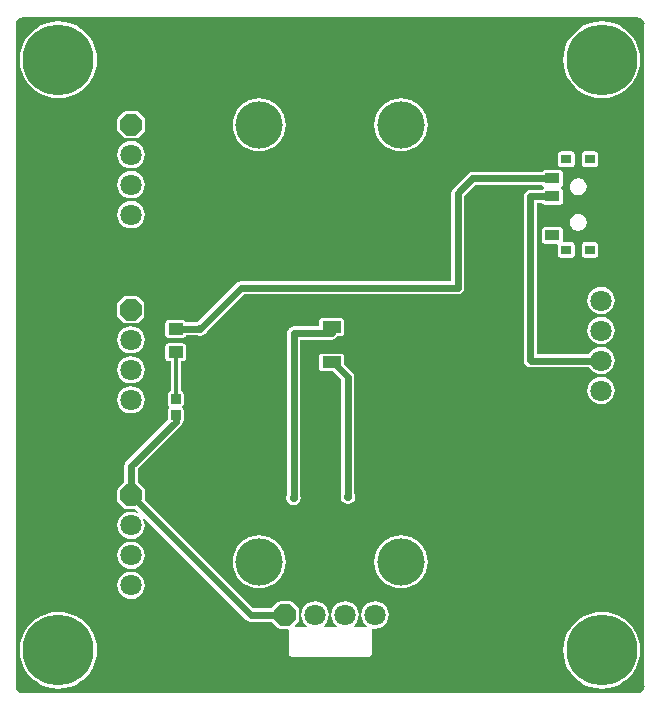
<source format=gtl>
G04 Layer_Physical_Order=1*
G04 Layer_Color=255*
%FSLAX44Y44*%
%MOMM*%
G71*
G01*
G75*
%ADD10R,1.2500X1.0000*%
%ADD11R,0.8500X0.8500*%
%ADD12R,1.6000X1.0000*%
%ADD13R,1.2500X0.9000*%
%ADD14R,0.9000X0.8000*%
%ADD15C,0.6000*%
%ADD16C,0.3000*%
%ADD17C,1.8000*%
%ADD18P,1.9483X8X22.5*%
%ADD19P,1.9483X8X292.5*%
%ADD20C,6.0000*%
%ADD21C,4.0000*%
%ADD22C,0.7000*%
G36*
X532381Y575749D02*
X534400Y574400D01*
X535749Y572381D01*
X536189Y570167D01*
X536156Y570000D01*
Y10000D01*
X536189Y9833D01*
X535749Y7619D01*
X534400Y5600D01*
X532381Y4251D01*
X531199Y4016D01*
X530000Y3844D01*
Y3844D01*
X10000D01*
X9833Y3811D01*
X7619Y4251D01*
X5600Y5600D01*
X4251Y7619D01*
X4016Y8801D01*
X3844Y10000D01*
X3844D01*
Y570000D01*
X3811Y570167D01*
X4251Y572381D01*
X5600Y574400D01*
X7619Y575749D01*
X9833Y576189D01*
X10000Y576156D01*
X530000D01*
X530167Y576189D01*
X532381Y575749D01*
D02*
G37*
%LPC*%
G36*
X499500Y271499D02*
X496498Y271104D01*
X493700Y269945D01*
X491298Y268102D01*
X489455Y265700D01*
X488296Y262902D01*
X487901Y259900D01*
X488296Y256898D01*
X489455Y254100D01*
X491298Y251698D01*
X493700Y249855D01*
X496498Y248696D01*
X499500Y248301D01*
X502502Y248696D01*
X505300Y249855D01*
X507702Y251698D01*
X509545Y254100D01*
X510704Y256898D01*
X511099Y259900D01*
X510704Y262902D01*
X509545Y265700D01*
X507702Y268102D01*
X505300Y269945D01*
X502502Y271104D01*
X499500Y271499D01*
D02*
G37*
G36*
X101250Y263749D02*
X98248Y263354D01*
X95450Y262195D01*
X93048Y260352D01*
X91205Y257950D01*
X90046Y255152D01*
X89651Y252150D01*
X90046Y249148D01*
X91205Y246350D01*
X93048Y243948D01*
X95450Y242105D01*
X98248Y240946D01*
X101250Y240551D01*
X104252Y240946D01*
X107050Y242105D01*
X109452Y243948D01*
X111295Y246350D01*
X112454Y249148D01*
X112849Y252150D01*
X112454Y255152D01*
X111295Y257950D01*
X109452Y260352D01*
X107050Y262195D01*
X104252Y263354D01*
X101250Y263749D01*
D02*
G37*
G36*
X270500Y291358D02*
X270205Y291299D01*
X263250D01*
X262275Y291105D01*
X261448Y290552D01*
X260895Y289725D01*
X260701Y288750D01*
Y278750D01*
X260895Y277775D01*
X261448Y276948D01*
X262275Y276395D01*
X263250Y276201D01*
X272118D01*
X279392Y268927D01*
Y172407D01*
X279348Y172341D01*
X278882Y170000D01*
X279348Y167659D01*
X280674Y165674D01*
X282659Y164348D01*
X285000Y163883D01*
X287341Y164348D01*
X289326Y165674D01*
X290652Y167659D01*
X291117Y170000D01*
X290652Y172341D01*
X290608Y172407D01*
Y271250D01*
X290181Y273396D01*
X288965Y275215D01*
X281799Y282382D01*
Y288750D01*
X281605Y289725D01*
X281052Y290552D01*
X280225Y291105D01*
X279250Y291299D01*
X270795D01*
X270500Y291358D01*
D02*
G37*
G36*
X101250Y289149D02*
X98248Y288754D01*
X95450Y287595D01*
X93048Y285752D01*
X91205Y283350D01*
X90046Y280552D01*
X89651Y277550D01*
X90046Y274548D01*
X91205Y271750D01*
X93048Y269348D01*
X95450Y267505D01*
X98248Y266346D01*
X101250Y265951D01*
X104252Y266346D01*
X107050Y267505D01*
X109452Y269348D01*
X111295Y271750D01*
X112454Y274548D01*
X112849Y277550D01*
X112454Y280552D01*
X111295Y283350D01*
X109452Y285752D01*
X107050Y287595D01*
X104252Y288754D01*
X101250Y289149D01*
D02*
G37*
G36*
X105750Y339899D02*
X96750D01*
X95774Y339705D01*
X94948Y339152D01*
X90448Y334652D01*
X89895Y333825D01*
X89701Y332850D01*
Y323850D01*
X89895Y322875D01*
X90448Y322048D01*
X94948Y317548D01*
X95774Y316995D01*
X96750Y316801D01*
X105750D01*
X106725Y316995D01*
X107552Y317548D01*
X112052Y322048D01*
X112605Y322875D01*
X112799Y323850D01*
Y332850D01*
X112605Y333825D01*
X112052Y334652D01*
X107552Y339152D01*
X106725Y339705D01*
X106564Y339737D01*
X105750Y339899D01*
D02*
G37*
G36*
X499500Y322299D02*
X496498Y321904D01*
X493700Y320745D01*
X491298Y318902D01*
X489455Y316500D01*
X488296Y313702D01*
X487901Y310700D01*
X488296Y307698D01*
X489455Y304900D01*
X491298Y302498D01*
X493700Y300655D01*
X496498Y299496D01*
X499500Y299101D01*
X502502Y299496D01*
X505300Y300655D01*
X507702Y302498D01*
X509545Y304900D01*
X510704Y307698D01*
X511099Y310700D01*
X510704Y313702D01*
X509545Y316500D01*
X507702Y318902D01*
X505300Y320745D01*
X502502Y321904D01*
X499500Y322299D01*
D02*
G37*
G36*
X101250Y314549D02*
X98248Y314154D01*
X95450Y312995D01*
X93048Y311152D01*
X91205Y308750D01*
X90046Y305952D01*
X89651Y302950D01*
X90046Y299948D01*
X91205Y297150D01*
X93048Y294748D01*
X95450Y292905D01*
X98248Y291746D01*
X101250Y291351D01*
X104252Y291746D01*
X107050Y292905D01*
X109452Y294748D01*
X111295Y297150D01*
X112454Y299948D01*
X112849Y302950D01*
X112454Y305952D01*
X111295Y308750D01*
X109452Y311152D01*
X107050Y312995D01*
X104252Y314154D01*
X101250Y314549D01*
D02*
G37*
G36*
X279250Y321299D02*
X263250D01*
X262275Y321105D01*
X261448Y320552D01*
X260895Y319725D01*
X260701Y318750D01*
Y314358D01*
X239500D01*
X237354Y313931D01*
X235535Y312715D01*
X235035Y312215D01*
X233819Y310396D01*
X233392Y308250D01*
Y171407D01*
X233348Y171341D01*
X232882Y169000D01*
X233348Y166659D01*
X234674Y164674D01*
X236659Y163348D01*
X239000Y162882D01*
X241341Y163348D01*
X243326Y164674D01*
X244652Y166659D01*
X245117Y169000D01*
X244652Y171341D01*
X244608Y171407D01*
Y303142D01*
X271250D01*
X273396Y303569D01*
X275215Y304785D01*
X276162Y306201D01*
X279250D01*
X280225Y306395D01*
X281052Y306948D01*
X281605Y307775D01*
X281799Y308750D01*
Y318750D01*
X281605Y319725D01*
X281052Y320552D01*
X280225Y321105D01*
X279250Y321299D01*
D02*
G37*
G36*
X101500Y106649D02*
X98498Y106254D01*
X95700Y105095D01*
X93298Y103252D01*
X91455Y100850D01*
X90296Y98052D01*
X89901Y95050D01*
X90296Y92048D01*
X91455Y89250D01*
X93298Y86848D01*
X95700Y85005D01*
X98498Y83846D01*
X101500Y83451D01*
X104502Y83846D01*
X107300Y85005D01*
X109702Y86848D01*
X111545Y89250D01*
X112704Y92048D01*
X113099Y95050D01*
X112704Y98052D01*
X111545Y100850D01*
X109702Y103252D01*
X107300Y105095D01*
X104502Y106254D01*
X101500Y106649D01*
D02*
G37*
G36*
X500000Y72600D02*
X494900Y72199D01*
X489926Y71005D01*
X485200Y69047D01*
X480838Y66374D01*
X476948Y63052D01*
X473626Y59162D01*
X470953Y54800D01*
X468995Y50074D01*
X467801Y45100D01*
X467399Y40000D01*
X467801Y34900D01*
X468995Y29926D01*
X470953Y25200D01*
X473626Y20838D01*
X476948Y16948D01*
X480838Y13626D01*
X485200Y10953D01*
X489926Y8995D01*
X494900Y7801D01*
X500000Y7400D01*
X505100Y7801D01*
X510074Y8995D01*
X514800Y10953D01*
X519162Y13626D01*
X523052Y16948D01*
X526374Y20838D01*
X529047Y25200D01*
X531005Y29926D01*
X532199Y34900D01*
X532601Y40000D01*
X532199Y45100D01*
X531005Y50074D01*
X529047Y54800D01*
X526374Y59162D01*
X523052Y63052D01*
X519162Y66374D01*
X514800Y69047D01*
X510074Y71005D01*
X505100Y72199D01*
X500000Y72600D01*
D02*
G37*
G36*
X40000D02*
X34900Y72199D01*
X29926Y71005D01*
X25200Y69047D01*
X20838Y66374D01*
X16948Y63052D01*
X13626Y59162D01*
X10953Y54800D01*
X8995Y50074D01*
X7801Y45100D01*
X7400Y40000D01*
X7801Y34900D01*
X8995Y29926D01*
X10953Y25200D01*
X13626Y20838D01*
X16948Y16948D01*
X20838Y13626D01*
X25200Y10953D01*
X29926Y8995D01*
X34900Y7801D01*
X40000Y7400D01*
X45100Y7801D01*
X50074Y8995D01*
X54800Y10953D01*
X59162Y13626D01*
X63052Y16948D01*
X66374Y20838D01*
X69047Y25200D01*
X71005Y29926D01*
X72199Y34900D01*
X72600Y40000D01*
X72199Y45100D01*
X71005Y50074D01*
X69047Y54800D01*
X66374Y59162D01*
X63052Y63052D01*
X59162Y66374D01*
X54800Y69047D01*
X50074Y71005D01*
X45100Y72199D01*
X40000Y72600D01*
D02*
G37*
G36*
X210000Y137609D02*
X205589Y137174D01*
X201348Y135888D01*
X197439Y133799D01*
X194013Y130987D01*
X191201Y127561D01*
X189112Y123652D01*
X187826Y119411D01*
X187391Y115000D01*
X187826Y110589D01*
X189112Y106348D01*
X191201Y102439D01*
X194013Y99013D01*
X197439Y96201D01*
X201348Y94112D01*
X205589Y92826D01*
X210000Y92391D01*
X214411Y92826D01*
X218652Y94112D01*
X222561Y96201D01*
X225987Y99013D01*
X228799Y102439D01*
X230888Y106348D01*
X232174Y110589D01*
X232609Y115000D01*
X232174Y119411D01*
X230888Y123652D01*
X228799Y127561D01*
X225987Y130987D01*
X222561Y133799D01*
X218652Y135888D01*
X214411Y137174D01*
X210000Y137609D01*
D02*
G37*
G36*
X145500Y299799D02*
X133000D01*
X132025Y299605D01*
X131198Y299052D01*
X130645Y298225D01*
X130451Y297250D01*
Y287250D01*
X130645Y286275D01*
X131198Y285448D01*
X132025Y284895D01*
X133000Y284701D01*
X135172D01*
Y259799D01*
X135000D01*
X134024Y259605D01*
X133198Y259052D01*
X132645Y258225D01*
X132451Y257250D01*
Y248750D01*
X132645Y247775D01*
X133198Y246948D01*
X133556Y246708D01*
Y245292D01*
X133198Y245052D01*
X132645Y244225D01*
X132451Y243250D01*
Y234882D01*
X97535Y199965D01*
X96319Y198146D01*
X95892Y196000D01*
Y182516D01*
X95198Y182052D01*
X90698Y177552D01*
X90145Y176726D01*
X89951Y175750D01*
Y166750D01*
X90145Y165774D01*
X90698Y164948D01*
X95198Y160448D01*
X96025Y159895D01*
X97000Y159701D01*
X105118D01*
X107726Y157093D01*
X107007Y156016D01*
X104502Y157054D01*
X101500Y157449D01*
X98498Y157054D01*
X95700Y155895D01*
X93298Y154052D01*
X91455Y151650D01*
X90296Y148852D01*
X89901Y145850D01*
X90296Y142848D01*
X91455Y140050D01*
X93298Y137648D01*
X95700Y135805D01*
X98498Y134646D01*
X101500Y134251D01*
X104502Y134646D01*
X107300Y135805D01*
X109702Y137648D01*
X111545Y140050D01*
X112704Y142848D01*
X113099Y145850D01*
X112704Y148852D01*
X111666Y151357D01*
X112743Y152076D01*
X198785Y66035D01*
X200604Y64819D01*
X202750Y64392D01*
X220634D01*
X221098Y63698D01*
X225598Y59198D01*
X226425Y58645D01*
X227400Y58451D01*
X233918D01*
X234951Y57200D01*
Y37200D01*
X235145Y36225D01*
X235698Y35398D01*
X236525Y34845D01*
X237500Y34651D01*
X302500D01*
X303475Y34845D01*
X304302Y35398D01*
X304855Y36225D01*
X305049Y37200D01*
Y57200D01*
X304983Y57530D01*
X305904Y58662D01*
X305950Y58684D01*
X308100Y58401D01*
X311102Y58796D01*
X313900Y59955D01*
X316302Y61798D01*
X318145Y64200D01*
X319304Y66998D01*
X319699Y70000D01*
X319304Y73002D01*
X318145Y75800D01*
X316302Y78202D01*
X313900Y80045D01*
X311102Y81204D01*
X308100Y81599D01*
X305098Y81204D01*
X302300Y80045D01*
X299898Y78202D01*
X298055Y75800D01*
X296896Y73002D01*
X296501Y70000D01*
X296896Y66998D01*
X298055Y64200D01*
X299898Y61798D01*
X300914Y61019D01*
X300482Y59749D01*
X290318D01*
X289886Y61019D01*
X290902Y61798D01*
X292745Y64200D01*
X293904Y66998D01*
X294299Y70000D01*
X293904Y73002D01*
X292745Y75800D01*
X290902Y78202D01*
X288500Y80045D01*
X285702Y81204D01*
X282700Y81599D01*
X279698Y81204D01*
X276900Y80045D01*
X274498Y78202D01*
X272655Y75800D01*
X271496Y73002D01*
X271101Y70000D01*
X271496Y66998D01*
X272655Y64200D01*
X274498Y61798D01*
X275513Y61019D01*
X275082Y59749D01*
X264918D01*
X264487Y61019D01*
X265502Y61798D01*
X267345Y64200D01*
X268504Y66998D01*
X268899Y70000D01*
X268504Y73002D01*
X267345Y75800D01*
X265502Y78202D01*
X263100Y80045D01*
X260302Y81204D01*
X257300Y81599D01*
X254298Y81204D01*
X251500Y80045D01*
X249098Y78202D01*
X247255Y75800D01*
X246096Y73002D01*
X245701Y70000D01*
X246096Y66998D01*
X247255Y64200D01*
X249098Y61798D01*
X250114Y61019D01*
X249682Y59749D01*
X240413D01*
X239927Y60922D01*
X242702Y63698D01*
X243255Y64525D01*
X243449Y65500D01*
Y74500D01*
X243255Y75476D01*
X242702Y76302D01*
X238202Y80802D01*
X237375Y81355D01*
X236400Y81549D01*
X227400D01*
X226425Y81355D01*
X225598Y80802D01*
X221098Y76302D01*
X220634Y75608D01*
X205073D01*
X113049Y167632D01*
Y175750D01*
X112855Y176726D01*
X112302Y177552D01*
X107802Y182052D01*
X107108Y182516D01*
Y193677D01*
X143215Y229785D01*
X144431Y231604D01*
X144606Y232482D01*
X145302Y232948D01*
X145855Y233775D01*
X146049Y234750D01*
Y243250D01*
X145855Y244225D01*
X145302Y245052D01*
X144944Y245292D01*
Y246708D01*
X145302Y246948D01*
X145855Y247775D01*
X146049Y248750D01*
Y257250D01*
X145855Y258225D01*
X145302Y259052D01*
X144475Y259605D01*
X143500Y259799D01*
X143328D01*
Y284701D01*
X145500D01*
X146475Y284895D01*
X147302Y285448D01*
X147855Y286275D01*
X148049Y287250D01*
Y297250D01*
X147855Y298225D01*
X147302Y299052D01*
X146475Y299605D01*
X145500Y299799D01*
D02*
G37*
G36*
X101500Y132049D02*
X98498Y131654D01*
X95700Y130495D01*
X93298Y128652D01*
X91455Y126250D01*
X90296Y123452D01*
X89901Y120450D01*
X90296Y117448D01*
X91455Y114650D01*
X93298Y112248D01*
X95700Y110405D01*
X98498Y109246D01*
X101500Y108851D01*
X104502Y109246D01*
X107300Y110405D01*
X109702Y112248D01*
X111545Y114650D01*
X112704Y117448D01*
X113099Y120450D01*
X112704Y123452D01*
X111545Y126250D01*
X109702Y128652D01*
X107300Y130495D01*
X104502Y131654D01*
X101500Y132049D01*
D02*
G37*
G36*
X330000Y137609D02*
X325589Y137174D01*
X321348Y135888D01*
X317439Y133799D01*
X314013Y130987D01*
X311201Y127561D01*
X309112Y123652D01*
X307826Y119411D01*
X307391Y115000D01*
X307826Y110589D01*
X309112Y106348D01*
X311201Y102439D01*
X314013Y99013D01*
X317439Y96201D01*
X321348Y94112D01*
X325589Y92826D01*
X330000Y92391D01*
X334411Y92826D01*
X338652Y94112D01*
X342561Y96201D01*
X345987Y99013D01*
X348798Y102439D01*
X350888Y106348D01*
X352174Y110589D01*
X352609Y115000D01*
X352174Y119411D01*
X350888Y123652D01*
X348798Y127561D01*
X345987Y130987D01*
X342561Y133799D01*
X338652Y135888D01*
X334411Y137174D01*
X330000Y137609D01*
D02*
G37*
G36*
X499500Y347699D02*
X496498Y347304D01*
X493700Y346145D01*
X491298Y344302D01*
X489455Y341900D01*
X488296Y339102D01*
X487901Y336100D01*
X488296Y333098D01*
X489455Y330300D01*
X491298Y327898D01*
X493700Y326055D01*
X496498Y324896D01*
X499500Y324501D01*
X502502Y324896D01*
X505300Y326055D01*
X507702Y327898D01*
X509545Y330300D01*
X510704Y333098D01*
X511099Y336100D01*
X510704Y339102D01*
X509545Y341900D01*
X507702Y344302D01*
X505300Y346145D01*
X502502Y347304D01*
X499500Y347699D01*
D02*
G37*
G36*
X210000Y507609D02*
X205589Y507174D01*
X201348Y505888D01*
X197439Y503799D01*
X194013Y500987D01*
X191201Y497561D01*
X189112Y493652D01*
X187826Y489411D01*
X187391Y485000D01*
X187826Y480589D01*
X189112Y476348D01*
X191201Y472439D01*
X194013Y469013D01*
X197439Y466201D01*
X201348Y464112D01*
X205589Y462826D01*
X210000Y462391D01*
X214411Y462826D01*
X218652Y464112D01*
X222561Y466201D01*
X225987Y469013D01*
X228799Y472439D01*
X230888Y476348D01*
X232174Y480589D01*
X232609Y485000D01*
X232174Y489411D01*
X230888Y493652D01*
X228799Y497561D01*
X225987Y500987D01*
X222561Y503799D01*
X218652Y505888D01*
X214411Y507174D01*
X210000Y507609D01*
D02*
G37*
G36*
X494500Y462549D02*
X485500D01*
X484525Y462355D01*
X483698Y461802D01*
X483145Y460975D01*
X482951Y460000D01*
Y452000D01*
X483145Y451025D01*
X483698Y450198D01*
X484525Y449645D01*
X485500Y449451D01*
X494500D01*
X495475Y449645D01*
X496302Y450198D01*
X496855Y451025D01*
X497049Y452000D01*
Y460000D01*
X496855Y460975D01*
X496302Y461802D01*
X495475Y462355D01*
X494500Y462549D01*
D02*
G37*
G36*
X474500D02*
X465500D01*
X464525Y462355D01*
X463698Y461802D01*
X463145Y460975D01*
X462951Y460000D01*
Y452000D01*
X463145Y451025D01*
X463698Y450198D01*
X464525Y449645D01*
X465500Y449451D01*
X474500D01*
X475475Y449645D01*
X476302Y450198D01*
X476855Y451025D01*
X477049Y452000D01*
Y460000D01*
X476855Y460975D01*
X476302Y461802D01*
X475475Y462355D01*
X474500Y462549D01*
D02*
G37*
G36*
X330000Y507609D02*
X325589Y507174D01*
X321348Y505888D01*
X317439Y503799D01*
X314013Y500987D01*
X311201Y497561D01*
X309112Y493652D01*
X307826Y489411D01*
X307391Y485000D01*
X307826Y480589D01*
X309112Y476348D01*
X311201Y472439D01*
X314013Y469013D01*
X317439Y466201D01*
X321348Y464112D01*
X325589Y462826D01*
X330000Y462391D01*
X334411Y462826D01*
X338652Y464112D01*
X342561Y466201D01*
X345987Y469013D01*
X348798Y472439D01*
X350888Y476348D01*
X352174Y480589D01*
X352609Y485000D01*
X352174Y489411D01*
X350888Y493652D01*
X348798Y497561D01*
X345987Y500987D01*
X342561Y503799D01*
X338652Y505888D01*
X334411Y507174D01*
X330000Y507609D01*
D02*
G37*
G36*
X500000Y572601D02*
X494900Y572199D01*
X489926Y571005D01*
X485200Y569047D01*
X480838Y566374D01*
X476948Y563052D01*
X473626Y559162D01*
X470953Y554800D01*
X468995Y550074D01*
X467801Y545100D01*
X467399Y540000D01*
X467801Y534900D01*
X468995Y529926D01*
X470953Y525200D01*
X473626Y520838D01*
X476948Y516948D01*
X480838Y513626D01*
X485200Y510953D01*
X489926Y508995D01*
X494900Y507801D01*
X500000Y507399D01*
X505100Y507801D01*
X510074Y508995D01*
X514800Y510953D01*
X519162Y513626D01*
X523052Y516948D01*
X526374Y520838D01*
X529047Y525200D01*
X531005Y529926D01*
X532199Y534900D01*
X532601Y540000D01*
X532199Y545100D01*
X531005Y550074D01*
X529047Y554800D01*
X526374Y559162D01*
X523052Y563052D01*
X519162Y566374D01*
X514800Y569047D01*
X510074Y571005D01*
X505100Y572199D01*
X500000Y572601D01*
D02*
G37*
G36*
X40000D02*
X34900Y572199D01*
X29926Y571005D01*
X25200Y569047D01*
X20838Y566374D01*
X16948Y563052D01*
X13626Y559162D01*
X10953Y554800D01*
X8995Y550074D01*
X7801Y545100D01*
X7400Y540000D01*
X7801Y534900D01*
X8995Y529926D01*
X10953Y525200D01*
X13626Y520838D01*
X16948Y516948D01*
X20838Y513626D01*
X25200Y510953D01*
X29926Y508995D01*
X34900Y507801D01*
X40000Y507399D01*
X45100Y507801D01*
X50074Y508995D01*
X54800Y510953D01*
X59162Y513626D01*
X63052Y516948D01*
X66374Y520838D01*
X69047Y525200D01*
X71005Y529926D01*
X72199Y534900D01*
X72600Y540000D01*
X72199Y545100D01*
X71005Y550074D01*
X69047Y554800D01*
X66374Y559162D01*
X63052Y563052D01*
X59162Y566374D01*
X54800Y569047D01*
X50074Y571005D01*
X45100Y572199D01*
X40000Y572601D01*
D02*
G37*
G36*
X106000Y496599D02*
X97000D01*
X96025Y496405D01*
X95198Y495852D01*
X90698Y491352D01*
X90145Y490526D01*
X89951Y489550D01*
Y480550D01*
X90145Y479575D01*
X90698Y478748D01*
X95198Y474248D01*
X96025Y473695D01*
X97000Y473501D01*
X106000D01*
X106975Y473695D01*
X107802Y474248D01*
X112302Y478748D01*
X112855Y479575D01*
X113049Y480550D01*
Y489550D01*
X112855Y490526D01*
X112302Y491352D01*
X107802Y495852D01*
X106975Y496405D01*
X106814Y496437D01*
X106000Y496599D01*
D02*
G37*
G36*
X101500Y471249D02*
X98498Y470854D01*
X95700Y469695D01*
X93298Y467852D01*
X91455Y465450D01*
X90296Y462652D01*
X89901Y459650D01*
X90296Y456648D01*
X91455Y453850D01*
X93298Y451448D01*
X95700Y449605D01*
X98498Y448446D01*
X101500Y448051D01*
X104502Y448446D01*
X107300Y449605D01*
X109702Y451448D01*
X111545Y453850D01*
X112704Y456648D01*
X113099Y459650D01*
X112704Y462652D01*
X111545Y465450D01*
X109702Y467852D01*
X107300Y469695D01*
X104502Y470854D01*
X101500Y471249D01*
D02*
G37*
G36*
X480497Y409588D02*
X479503D01*
X477747Y409239D01*
X476828Y408858D01*
X475340Y407864D01*
X474636Y407160D01*
X473642Y405672D01*
X473261Y404753D01*
X472912Y402997D01*
Y402746D01*
X472863Y402500D01*
X472912Y402254D01*
Y402003D01*
X473261Y400247D01*
X473642Y399328D01*
X474636Y397840D01*
X475340Y397136D01*
X476828Y396142D01*
X477747Y395761D01*
X479503Y395412D01*
X480497D01*
X482253Y395761D01*
X483172Y396142D01*
X484660Y397136D01*
X485364Y397840D01*
X486358Y399328D01*
X486739Y400247D01*
X487088Y402003D01*
Y402254D01*
X487137Y402500D01*
X487088Y402746D01*
Y402997D01*
X486739Y404753D01*
X486358Y405672D01*
X485364Y407160D01*
X484660Y407864D01*
X483172Y408858D01*
X482253Y409239D01*
X480497Y409588D01*
D02*
G37*
G36*
X494500Y385549D02*
X485500D01*
X484525Y385355D01*
X483698Y384802D01*
X483145Y383975D01*
X482951Y383000D01*
Y375000D01*
X483145Y374025D01*
X483698Y373198D01*
X484525Y372645D01*
X485500Y372451D01*
X494500D01*
X495475Y372645D01*
X496302Y373198D01*
X496855Y374025D01*
X497049Y375000D01*
Y383000D01*
X496855Y383975D01*
X496302Y384802D01*
X495475Y385355D01*
X494500Y385549D01*
D02*
G37*
G36*
X464500Y398549D02*
X452000D01*
X451025Y398355D01*
X450198Y397802D01*
X449645Y396975D01*
X449451Y396000D01*
Y387000D01*
X449645Y386025D01*
X450198Y385198D01*
X451025Y384645D01*
X452000Y384451D01*
X462052D01*
X462987Y383181D01*
X462951Y383000D01*
Y375000D01*
X463145Y374025D01*
X463698Y373198D01*
X464525Y372645D01*
X465500Y372451D01*
X474500D01*
X475475Y372645D01*
X476302Y373198D01*
X476855Y374025D01*
X477049Y375000D01*
Y383000D01*
X476855Y383975D01*
X476302Y384802D01*
X475475Y385355D01*
X474500Y385549D01*
X467948D01*
X467013Y386819D01*
X467049Y387000D01*
Y396000D01*
X466855Y396975D01*
X466302Y397802D01*
X465475Y398355D01*
X464500Y398549D01*
D02*
G37*
G36*
X101500Y420449D02*
X98498Y420054D01*
X95700Y418895D01*
X93298Y417052D01*
X91455Y414650D01*
X90296Y411852D01*
X89901Y408850D01*
X90296Y405848D01*
X91455Y403050D01*
X93298Y400648D01*
X95700Y398805D01*
X98498Y397646D01*
X101500Y397251D01*
X104502Y397646D01*
X107300Y398805D01*
X109702Y400648D01*
X111545Y403050D01*
X112704Y405848D01*
X113099Y408850D01*
X112704Y411852D01*
X111545Y414650D01*
X109702Y417052D01*
X107300Y418895D01*
X104502Y420054D01*
X101500Y420449D01*
D02*
G37*
G36*
X480497Y439588D02*
X479503D01*
X477747Y439239D01*
X476828Y438858D01*
X475340Y437864D01*
X474636Y437160D01*
X473642Y435672D01*
X473261Y434753D01*
X472912Y432997D01*
Y432746D01*
X472863Y432500D01*
X472912Y432254D01*
Y432003D01*
X473261Y430247D01*
X473642Y429328D01*
X474636Y427840D01*
X475340Y427136D01*
X476828Y426142D01*
X477747Y425761D01*
X479503Y425412D01*
X480497D01*
X482253Y425761D01*
X483172Y426142D01*
X484660Y427136D01*
X485364Y427840D01*
X486358Y429328D01*
X486739Y430247D01*
X487088Y432003D01*
Y432254D01*
X487137Y432500D01*
X487088Y432746D01*
Y432997D01*
X486739Y434753D01*
X486358Y435672D01*
X485364Y437160D01*
X484660Y437864D01*
X483172Y438858D01*
X482253Y439239D01*
X480497Y439588D01*
D02*
G37*
G36*
X101500Y445849D02*
X98498Y445454D01*
X95700Y444295D01*
X93298Y442452D01*
X91455Y440050D01*
X90296Y437252D01*
X89901Y434250D01*
X90296Y431248D01*
X91455Y428450D01*
X93298Y426048D01*
X95700Y424205D01*
X98498Y423046D01*
X101500Y422651D01*
X104502Y423046D01*
X107300Y424205D01*
X109702Y426048D01*
X111545Y428450D01*
X112704Y431248D01*
X113099Y434250D01*
X112704Y437252D01*
X111545Y440050D01*
X109702Y442452D01*
X107300Y444295D01*
X104502Y445454D01*
X101500Y445849D01*
D02*
G37*
G36*
X464500Y446549D02*
X452000D01*
X451025Y446355D01*
X450198Y445802D01*
X449734Y445108D01*
X390500D01*
X388354Y444681D01*
X386535Y443465D01*
X374035Y430965D01*
X372819Y429146D01*
X372392Y427000D01*
Y352608D01*
X194500D01*
X192354Y352181D01*
X190535Y350965D01*
X157487Y317917D01*
X157409Y317902D01*
X157343Y317858D01*
X147928D01*
X147855Y318225D01*
X147302Y319052D01*
X146475Y319605D01*
X145500Y319799D01*
X133000D01*
X132025Y319605D01*
X131198Y319052D01*
X130645Y318225D01*
X130451Y317250D01*
Y307250D01*
X130645Y306275D01*
X131198Y305448D01*
X132025Y304895D01*
X133000Y304701D01*
X145500D01*
X146475Y304895D01*
X147302Y305448D01*
X147855Y306275D01*
X147928Y306642D01*
X157343D01*
X157409Y306598D01*
X159750Y306133D01*
X162091Y306598D01*
X164076Y307924D01*
X165402Y309909D01*
X165417Y309987D01*
X196823Y341392D01*
X378000D01*
X380146Y341819D01*
X381965Y343035D01*
X383181Y344854D01*
X383608Y347000D01*
Y424677D01*
X392823Y433892D01*
X449734D01*
X450198Y433198D01*
X451019Y432649D01*
X451025Y432621D01*
Y431380D01*
X451019Y431351D01*
X450198Y430802D01*
X449734Y430108D01*
X439500D01*
X437354Y429681D01*
X435535Y428465D01*
X434319Y426646D01*
X433892Y424500D01*
Y285500D01*
X434319Y283354D01*
X435535Y281535D01*
X435735Y281335D01*
X437554Y280119D01*
X439700Y279692D01*
X489375D01*
X489455Y279500D01*
X491298Y277098D01*
X493700Y275255D01*
X496498Y274096D01*
X499500Y273701D01*
X502502Y274096D01*
X505300Y275255D01*
X507702Y277098D01*
X509545Y279500D01*
X510704Y282298D01*
X511099Y285300D01*
X510704Y288302D01*
X509545Y291100D01*
X507702Y293502D01*
X505300Y295345D01*
X502502Y296504D01*
X499500Y296899D01*
X496498Y296504D01*
X493700Y295345D01*
X491298Y293502D01*
X489455Y291100D01*
X489375Y290908D01*
X445108D01*
Y418892D01*
X449734D01*
X450198Y418198D01*
X451025Y417645D01*
X452000Y417451D01*
X464500D01*
X465475Y417645D01*
X466302Y418198D01*
X466855Y419025D01*
X467049Y420000D01*
Y429000D01*
X466855Y429975D01*
X466302Y430802D01*
X465481Y431351D01*
X465476Y431380D01*
Y432621D01*
X465481Y432649D01*
X466302Y433198D01*
X466855Y434025D01*
X467049Y435000D01*
Y444000D01*
X466855Y444975D01*
X466302Y445802D01*
X465475Y446355D01*
X464500Y446549D01*
D02*
G37*
%LPD*%
D10*
X139250Y292250D02*
D03*
Y312250D02*
D03*
D11*
Y253000D02*
D03*
Y239000D02*
D03*
D12*
X271250Y283750D02*
D03*
Y313750D02*
D03*
D13*
X458250Y391500D02*
D03*
Y424500D02*
D03*
Y439500D02*
D03*
D14*
X490000Y456000D02*
D03*
X470000D02*
D03*
X490000Y379000D02*
D03*
X470000D02*
D03*
D15*
X239500Y308750D02*
X271250D01*
X239000Y169000D02*
Y308250D01*
X239500Y308750D01*
X270500Y285750D02*
X285000Y271250D01*
Y170000D02*
Y271250D01*
X194500Y347000D02*
X378000D01*
X159750Y312250D02*
X194500Y347000D01*
X139250Y312250D02*
X159750D01*
X390500Y439500D02*
X458250D01*
X378000Y427000D02*
X390500Y439500D01*
X378000Y347000D02*
Y427000D01*
X439500Y424500D02*
X458250D01*
X439500Y285500D02*
Y424500D01*
Y285500D02*
X439700Y285300D01*
X101500Y171250D02*
X202750Y70000D01*
X231900D01*
X139250Y233750D02*
Y239000D01*
X101500Y196000D02*
X139250Y233750D01*
X101500Y171250D02*
Y196000D01*
X439700Y285300D02*
X499500D01*
D16*
X139250Y253000D02*
Y292250D01*
D17*
X308100Y70000D02*
D03*
X282700D02*
D03*
X257300D02*
D03*
X101500Y408850D02*
D03*
Y434250D02*
D03*
Y459650D02*
D03*
Y95050D02*
D03*
Y120450D02*
D03*
Y145850D02*
D03*
X101250Y252150D02*
D03*
Y277550D02*
D03*
Y302950D02*
D03*
X499500Y336100D02*
D03*
Y259900D02*
D03*
Y285300D02*
D03*
Y310700D02*
D03*
D18*
X231900Y70000D02*
D03*
D19*
X101500Y485050D02*
D03*
Y171250D02*
D03*
X101250Y328350D02*
D03*
D20*
X500000Y540000D02*
D03*
X40000D02*
D03*
Y40000D02*
D03*
X500000D02*
D03*
D21*
X330000Y115000D02*
D03*
X210000D02*
D03*
X330000Y485000D02*
D03*
X210000D02*
D03*
D22*
X239000Y169000D02*
D03*
X285000Y170000D02*
D03*
X159750Y312250D02*
D03*
M02*

</source>
